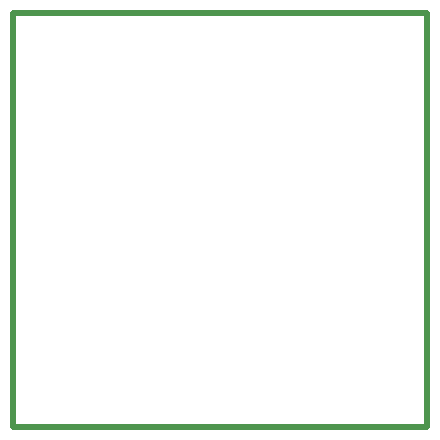
<source format=gbr>
%TF.GenerationSoftware,KiCad,Pcbnew,(5.1.6)-1*%
%TF.CreationDate,2021-11-16T12:50:12-05:00*%
%TF.ProjectId,AmbaSat-1_Satellite,416d6261-5361-4742-9d31-5f536174656c,KiCad_1.0*%
%TF.SameCoordinates,PX7ceeb0cPY74d41b0*%
%TF.FileFunction,Profile,NP*%
%FSLAX46Y46*%
G04 Gerber Fmt 4.6, Leading zero omitted, Abs format (unit mm)*
G04 Created by KiCad (PCBNEW (5.1.6)-1) date 2021-11-16 12:50:12*
%MOMM*%
%LPD*%
G01*
G04 APERTURE LIST*
%TA.AperFunction,Profile*%
%ADD10C,0.508000*%
%TD*%
G04 APERTURE END LIST*
D10*
X0Y0D02*
X0Y35000000D01*
X0Y35000000D02*
X35000000Y35000000D01*
X35000000Y35000000D02*
X35000000Y0D01*
X35000000Y0D02*
X0Y0D01*
M02*

</source>
